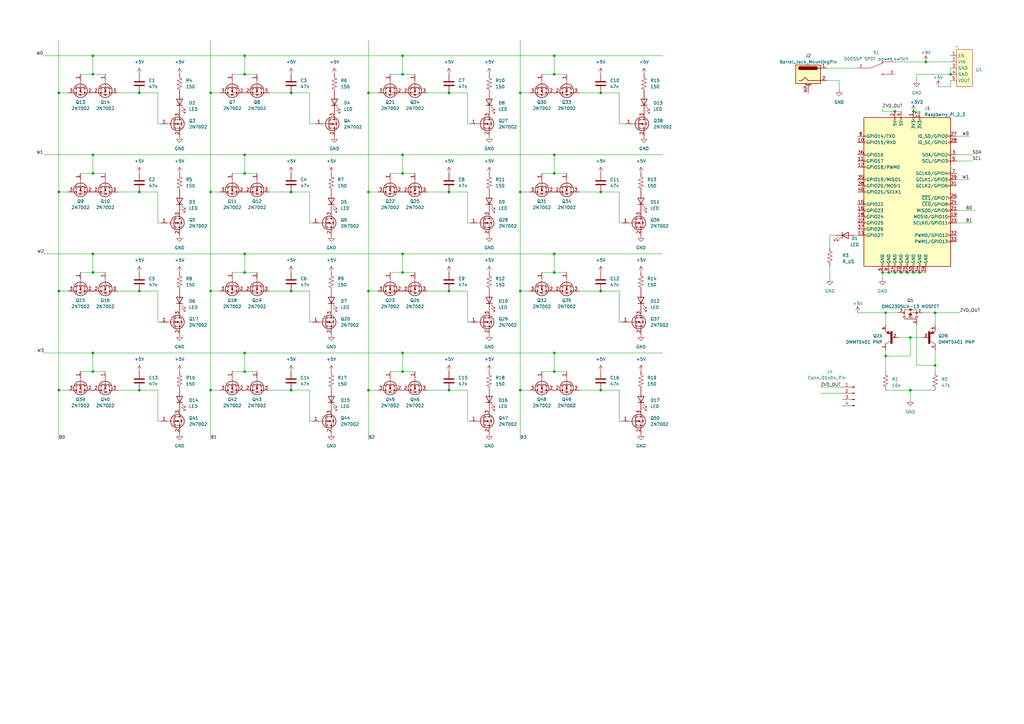
<source format=kicad_sch>
(kicad_sch (version 20230121) (generator eeschema)
  (paper "A3")
  (title_block (title "2x2 DRAM") (rev "1.0"))
  (lib_symbols
    (symbol "2679:500SSP SPDT power switch" (pin_names (offset 1.016))
      (property "Reference" "S" (at -2.54 5.08 0))
      (property "Value" "500SSP SPDT power switch" (at -2.54 -5.08 0))
      (symbol "500SSP SPDT power switch_0_0"
        (pin passive line (at 7.62 2.54 180) (length 2.54) (name "~") (number "1"))
        (pin passive line (at -7.62 0 0) (length 2.54) (name "~") (number "2"))
        (pin passive line (at 7.62 -2.54 180) (length 2.54) (name "~") (number "3"))
      )
    )
    (symbol "2679:Barrel_Jack_MountingPin" (pin_names hide)
      (property "Reference" "J" (at 0 5.334 0))
      (property "Value" "Barrel_Jack_MountingPin" (at 1.27 -6.35 0))
      (symbol "Barrel_Jack_MountingPin_1_1"
        (text "Mounting" (at 0 -4.191 0) (effects (font (size 0.381 0.381))))
        (pin passive line (at 7.62 2.54 180) (length 2.54) (name "~") (number "1"))
        (pin passive line (at 7.62 -2.54 180) (length 2.54) (name "~") (number "2"))
        (pin passive line (at 0 -7.62 90) (length 3.048) (name "MountPin") (number "MP"))
      )
    )
    (symbol "2679:DMG2305UX-13 MOSFET" (pin_names (offset 1.016))
      (property "Reference" "Q" (at -8.89 3.81 0))
      (property "Value" "DMG2305UX-13 MOSFET" (at -8.89 -6.35 0))
      (symbol "DMG2305UX-13 MOSFET_0_0"
        (pin passive line (at -2.54 -2.54 0) (length 2.54) (name "~") (number "1"))
        (pin passive line (at 2.54 -5.08 90) (length 2.54) (name "~") (number "2"))
        (pin passive line (at 2.54 5.08 270) (length 2.54) (name "~") (number "3"))
      )
    )
    (symbol "2679:DMMT5401 PNP" (pin_names (offset 1.016))
      (property "Reference" "Q" (at -10.1838 5.0979 0))
      (property "Value" "DMMT5401 PNP" (at -10.1947 -7.6027 0))
      (symbol "DMMT5401 PNP_1_0"
        (pin passive line (at 2.54 -5.08 90) (length 2.54) (name "~") (number "1"))
        (pin passive line (at -2.54 0 0) (length 2.54) (name "~") (number "2"))
        (pin passive line (at 2.54 5.08 270) (length 2.54) (name "~") (number "6"))
      )
      (symbol "DMMT5401 PNP_2_0"
        (pin passive line (at -2.54 0 0) (length 2.54) (name "~") (number "3"))
        (pin passive line (at 2.54 -5.08 90) (length 2.54) (name "~") (number "4"))
        (pin passive line (at 2.54 5.08 270) (length 2.54) (name "~") (number "5"))
      )
    )
    (symbol "2679:Pololu_reg26a"
      (property "Reference" "U" (at 2.54 3.81 0))
      (symbol "Pololu_reg26a_1_1"
        (pin input line (at 0 0 0) (length 2.54) (name "EN") (number "1"))
        (pin power_in line (at 0 -2.54 0) (length 2.54) (name "VIN") (number "2"))
        (pin power_in line (at 0 -5.08 0) (length 2.54) (name "GND") (number "3"))
        (pin power_in line (at 0 -7.62 0) (length 2.54) (name "GND") (number "4"))
        (pin power_out line (at 0 -10.16 0) (length 2.54) (name "VOUT") (number "5"))
      )
    )
    (symbol "2679:Raspberry_Pi_2_3" (pin_names (offset 1.016))
      (property "Reference" "J" (at -17.78 31.75 0))
      (property "Value" "Raspberry_Pi_2_3" (at 10.16 -31.75 0))
      (symbol "Raspberry_Pi_2_3_1_1"
        (pin power_in line (at 2.54 33.02 270) (length 2.54) (name "3V3") (number "1"))
        (pin bidirectional line (at -20.32 20.32 0) (length 2.54) (name "GPIO15/RXD") (number "10"))
        (pin bidirectional line (at -20.32 12.7 0) (length 2.54) (name "GPIO17") (number "11"))
        (pin bidirectional line (at -20.32 10.16 0) (length 2.54) (name "GPIO18/PWM0") (number "12"))
        (pin bidirectional line (at -20.32 -17.78 0) (length 2.54) (name "GPIO27") (number "13"))
        (pin power_in line (at -5.08 -33.02 90) (length 2.54) (name "GND") (number "14"))
        (pin bidirectional line (at -20.32 -5.08 0) (length 2.54) (name "GPIO22") (number "15"))
        (pin bidirectional line (at -20.32 -7.62 0) (length 2.54) (name "GPIO23") (number "16"))
        (pin power_in line (at 5.08 33.02 270) (length 2.54) (name "3V3") (number "17"))
        (pin bidirectional line (at -20.32 -10.16 0) (length 2.54) (name "GPIO24") (number "18"))
        (pin bidirectional line (at 20.32 -10.16 180) (length 2.54) (name "MOSI0/GPIO10") (number "19"))
        (pin power_in line (at -5.08 33.02 270) (length 2.54) (name "5V") (number "2"))
        (pin power_in line (at -2.54 -33.02 90) (length 2.54) (name "GND") (number "20"))
        (pin bidirectional line (at 20.32 -7.62 180) (length 2.54) (name "MISO0/GPIO9") (number "21"))
        (pin bidirectional line (at -20.32 -12.7 0) (length 2.54) (name "GPIO25") (number "22"))
        (pin bidirectional line (at 20.32 -12.7 180) (length 2.54) (name "SCLK0/GPIO11") (number "23"))
        (pin bidirectional line (at 20.32 -5.08 180) (length 2.54) (name "~{CE0}/GPIO8") (number "24"))
        (pin power_in line (at 0 -33.02 90) (length 2.54) (name "GND") (number "25"))
        (pin bidirectional line (at 20.32 -2.54 180) (length 2.54) (name "~{CE1}/GPIO7") (number "26"))
        (pin bidirectional line (at 20.32 22.86 180) (length 2.54) (name "ID_SD/GPIO0") (number "27"))
        (pin bidirectional line (at 20.32 20.32 180) (length 2.54) (name "ID_SC/GPIO1") (number "28"))
        (pin bidirectional line (at 20.32 5.08 180) (length 2.54) (name "GCLK1/GPIO5") (number "29"))
        (pin bidirectional line (at 20.32 15.24 180) (length 2.54) (name "SDA/GPIO2") (number "3"))
        (pin power_in line (at 2.54 -33.02 90) (length 2.54) (name "GND") (number "30"))
        (pin bidirectional line (at 20.32 2.54 180) (length 2.54) (name "GCLK2/GPIO6") (number "31"))
        (pin bidirectional line (at 20.32 -17.78 180) (length 2.54) (name "PWM0/GPIO12") (number "32"))
        (pin bidirectional line (at 20.32 -20.32 180) (length 2.54) (name "PWM1/GPIO13") (number "33"))
        (pin power_in line (at 5.08 -33.02 90) (length 2.54) (name "GND") (number "34"))
        (pin bidirectional line (at -20.32 5.08 0) (length 2.54) (name "GPIO19/MISO1") (number "35"))
        (pin bidirectional line (at -20.32 15.24 0) (length 2.54) (name "GPIO16") (number "36"))
        (pin bidirectional line (at -20.32 -15.24 0) (length 2.54) (name "GPIO26") (number "37"))
        (pin bidirectional line (at -20.32 2.54 0) (length 2.54) (name "GPIO20/MOSI1") (number "38"))
        (pin power_in line (at 7.62 -33.02 90) (length 2.54) (name "GND") (number "39"))
        (pin power_in line (at -2.54 33.02 270) (length 2.54) (name "5V") (number "4"))
        (pin bidirectional line (at -20.32 0 0) (length 2.54) (name "GPIO21/SCLK1") (number "40"))
        (pin bidirectional line (at 20.32 12.7 180) (length 2.54) (name "SCL/GPIO3") (number "5"))
        (pin power_in line (at -10.16 -33.02 90) (length 2.54) (name "GND") (number "6"))
        (pin bidirectional line (at 20.32 7.62 180) (length 2.54) (name "GCLK0/GPIO4") (number "7"))
        (pin bidirectional line (at -20.32 22.86 0) (length 2.54) (name "GPIO14/TXD") (number "8"))
        (pin power_in line (at -7.62 -33.02 90) (length 2.54) (name "GND") (number "9"))
      )
    )
    (symbol "Connector:Conn_01x04_Pin" (pin_names (offset 1.016) hide)
      (property "Reference" "J" (at 0 5.08 0))
      (property "Value" "Conn_01x04_Pin" (at 0 -7.62 0))
      (symbol "Conn_01x04_Pin_1_1"
        (pin passive line (at 5.08 2.54 180) (length 3.81) (name "Pin_1") (number "1"))
        (pin passive line (at 5.08 0 180) (length 3.81) (name "Pin_2") (number "2"))
        (pin passive line (at 5.08 -2.54 180) (length 3.81) (name "Pin_3") (number "3"))
        (pin passive line (at 5.08 -5.08 180) (length 3.81) (name "Pin_4") (number "4"))
      )
    )
    (symbol "Device:C" (pin_numbers hide) (pin_names (offset 0.254))
      (property "Reference" "C" (at 0.635 2.54 0))
      (property "Value" "C" (at 0.635 -2.54 0))
      (symbol "C_1_1"
        (pin passive line (at 0 3.81 270) (length 2.794) (name "~") (number "1"))
        (pin passive line (at 0 -3.81 90) (length 2.794) (name "~") (number "2"))
      )
    )
    (symbol "Device:LED" (pin_numbers hide) (pin_names (offset 1.016) hide)
      (property "Reference" "D" (at 0 2.54 0))
      (property "Value" "LED" (at 0 -2.54 0))
      (symbol "LED_1_1"
        (pin passive line (at -3.81 0 0) (length 2.54) (name "K") (number "1"))
        (pin passive line (at 3.81 0 180) (length 2.54) (name "A") (number "2"))
      )
    )
    (symbol "Device:R_US" (pin_numbers hide) (pin_names (offset 0))
      (property "Reference" "R" (at 2.54 0 90))
      (property "Value" "R_US" (at -2.54 0 90))
      (symbol "R_US_1_1"
        (pin passive line (at 0 3.81 270) (length 1.27) (name "~") (number "1"))
        (pin passive line (at 0 -3.81 90) (length 1.27) (name "~") (number "2"))
      )
    )
    (symbol "Transistor_FET:2N7002" (pin_names hide)
      (property "Reference" "Q" (at 5.08 1.905 0))
      (property "Value" "2N7002" (at 5.08 0 0))
      (symbol "2N7002_1_1"
        (pin input line (at -5.08 0 0) (length 2.54) (name "G") (number "1"))
        (pin passive line (at 2.54 -5.08 90) (length 2.54) (name "S") (number "2"))
        (pin passive line (at 2.54 5.08 270) (length 2.54) (name "D") (number "3"))
      )
    )
    (symbol "power:+3V3" (power) (pin_names (offset 0))
      (property "Value" "+3V3" (at 0 3.556 0))
      (symbol "+3V3_1_1"
        (pin power_in line (at 0 0 90) (length 0) hide (name "+3V3") (number "1"))
      )
    )
    (symbol "power:+5V" (power) (pin_names (offset 0))
      (property "Value" "+5V" (at 0 3.556 0))
      (symbol "+5V_1_1"
        (pin power_in line (at 0 0 90) (length 0) hide (name "+5V") (number "1"))
      )
    )
    (symbol "power:+9V" (power) (pin_names (offset 0))
      (property "Value" "+9V" (at 0 3.556 0))
      (symbol "+9V_1_1"
        (pin power_in line (at 0 0 90) (length 0) hide (name "+9V") (number "1"))
      )
    )
    (symbol "power:GND" (power) (pin_names (offset 0))
      (property "Value" "GND" (at 0 -3.81 0))
      (symbol "GND_1_1"
        (pin power_in line (at 0 0 270) (length 0) hide (name "GND") (number "1"))
      )
    )
  )
  (junction (at 246.38 78.74))
  (junction (at 377.19 111.76))
  (junction (at 227.33 30.48))
  (junction (at 100.33 63.5))
  (junction (at 38.1 63.5))
  (junction (at 374.65 111.76))
  (junction (at 373.38 138.43))
  (junction (at 100.33 104.14))
  (junction (at 363.22 146.05))
  (junction (at 184.15 119.38))
  (junction (at 100.33 30.48))
  (junction (at 213.36 38.1))
  (junction (at 57.15 78.74))
  (junction (at 165.1 144.78))
  (junction (at 151.13 119.38))
  (junction (at 363.22 128.27))
  (junction (at 57.15 160.02))
  (junction (at 227.33 144.78))
  (junction (at 151.13 160.02))
  (junction (at 100.33 144.78))
  (junction (at 57.15 38.1))
  (junction (at 367.03 45.72))
  (junction (at 246.38 160.02))
  (junction (at 38.1 144.78))
  (junction (at 361.95 111.76))
  (junction (at 246.38 119.38))
  (junction (at 38.1 111.76))
  (junction (at 383.54 128.27))
  (junction (at 24.13 119.38))
  (junction (at 86.36 119.38))
  (junction (at 364.49 111.76))
  (junction (at 165.1 63.5))
  (junction (at 227.33 63.5))
  (junction (at 119.38 119.38))
  (junction (at 165.1 71.12))
  (junction (at 367.03 111.76))
  (junction (at 38.1 71.12))
  (junction (at 57.15 119.38))
  (junction (at 213.36 119.38))
  (junction (at 165.1 152.4))
  (junction (at 86.36 160.02))
  (junction (at 119.38 38.1))
  (junction (at 369.57 111.76))
  (junction (at 374.65 45.72))
  (junction (at 24.13 160.02))
  (junction (at 227.33 71.12))
  (junction (at 383.54 149.86))
  (junction (at 165.1 111.76))
  (junction (at 100.33 111.76))
  (junction (at 246.38 38.1))
  (junction (at 165.1 104.14))
  (junction (at 151.13 38.1))
  (junction (at 227.33 22.86))
  (junction (at 184.15 38.1))
  (junction (at 184.15 160.02))
  (junction (at 86.36 78.74))
  (junction (at 24.13 38.1))
  (junction (at 38.1 104.14))
  (junction (at 213.36 78.74))
  (junction (at 165.1 22.86))
  (junction (at 119.38 160.02))
  (junction (at 389.89 30.48))
  (junction (at 100.33 71.12))
  (junction (at 227.33 104.14))
  (junction (at 165.1 30.48))
  (junction (at 227.33 152.4))
  (junction (at 227.33 111.76))
  (junction (at 372.11 111.76))
  (junction (at 38.1 22.86))
  (junction (at 38.1 30.48))
  (junction (at 119.38 78.74))
  (junction (at 38.1 152.4))
  (junction (at 100.33 152.4))
  (junction (at 151.13 78.74))
  (junction (at 86.36 38.1))
  (junction (at 24.13 78.74))
  (junction (at 213.36 160.02))
  (junction (at 100.33 22.86))
  (junction (at 373.38 160.02))
  (junction (at 184.15 78.74))
  (junction (at 379.73 25.4))
  (wire (pts (xy 64.77 91.44) (xy 66.04 91.44)))
  (wire (pts (xy 339.09 33.02) (xy 344.17 33.02)))
  (wire (pts (xy 361.95 45.72) (xy 367.03 45.72)))
  (wire (pts (xy 227.33 22.86) (xy 227.33 30.48)))
  (wire (pts (xy 48.26 78.74) (xy 57.15 78.74)))
  (wire (pts (xy 363.22 146.05) (xy 363.22 152.4)))
  (wire (pts (xy 392.43 63.5) (xy 398.78 63.5)))
  (wire (pts (xy 160.02 152.4) (xy 165.1 152.4)))
  (wire (pts (xy 86.36 78.74) (xy 86.36 119.38)))
  (wire (pts (xy 222.25 30.48) (xy 227.33 30.48)))
  (wire (pts (xy 213.36 16.51) (xy 213.36 38.1)))
  (wire (pts (xy 100.33 111.76) (xy 105.41 111.76)))
  (wire (pts (xy 191.77 50.8) (xy 193.04 50.8)))
  (wire (pts (xy 100.33 71.12) (xy 105.41 71.12)))
  (wire (pts (xy 389.89 30.48) (xy 375.92 30.48)))
  (wire (pts (xy 254 78.74) (xy 246.38 78.74)))
  (wire (pts (xy 127 50.8) (xy 129.54 50.8)))
  (wire (pts (xy 38.1 111.76) (xy 43.18 111.76)))
  (wire (pts (xy 374.65 111.76) (xy 377.19 111.76)))
  (wire (pts (xy 367.03 111.76) (xy 369.57 111.76)))
  (wire (pts (xy 378.46 128.27) (xy 383.54 128.27)))
  (wire (pts (xy 100.33 63.5) (xy 100.33 71.12)))
  (wire (pts (xy 175.26 119.38) (xy 184.15 119.38)))
  (wire (pts (xy 191.77 78.74) (xy 184.15 78.74)))
  (wire (pts (xy 151.13 78.74) (xy 151.13 119.38)))
  (wire (pts (xy 389.89 33.02) (xy 389.89 35.56)))
  (wire (pts (xy 237.49 119.38) (xy 246.38 119.38)))
  (wire (pts (xy 151.13 160.02) (xy 151.13 180.34)))
  (wire (pts (xy 254 119.38) (xy 246.38 119.38)))
  (wire (pts (xy 363.22 143.51) (xy 363.22 146.05)))
  (wire (pts (xy 254 91.44) (xy 255.27 91.44)))
  (wire (pts (xy 237.49 160.02) (xy 246.38 160.02)))
  (wire (pts (xy 383.54 128.27) (xy 393.7 128.27)))
  (wire (pts (xy 110.49 160.02) (xy 119.38 160.02)))
  (wire (pts (xy 227.33 144.78) (xy 271.78 144.78)))
  (wire (pts (xy 127 132.08) (xy 128.27 132.08)))
  (wire (pts (xy 165.1 63.5) (xy 165.1 71.12)))
  (wire (pts (xy 383.54 143.51) (xy 383.54 149.86)))
  (wire (pts (xy 340.36 109.22) (xy 340.36 114.3)))
  (wire (pts (xy 95.25 71.12) (xy 100.33 71.12)))
  (wire (pts (xy 64.77 91.44) (xy 64.77 78.74)))
  (wire (pts (xy 227.33 71.12) (xy 232.41 71.12)))
  (wire (pts (xy 110.49 38.1) (xy 119.38 38.1)))
  (wire (pts (xy 165.1 71.12) (xy 170.18 71.12)))
  (wire (pts (xy 374.65 45.72) (xy 377.19 45.72)))
  (wire (pts (xy 48.26 38.1) (xy 57.15 38.1)))
  (wire (pts (xy 392.43 73.66) (xy 397.51 73.66)))
  (wire (pts (xy 383.54 149.86) (xy 383.54 152.4)))
  (wire (pts (xy 64.77 50.8) (xy 64.77 38.1)))
  (wire (pts (xy 151.13 78.74) (xy 154.94 78.74)))
  (wire (pts (xy 227.33 63.5) (xy 271.78 63.5)))
  (wire (pts (xy 24.13 160.02) (xy 24.13 180.34)))
  (wire (pts (xy 127 38.1) (xy 119.38 38.1)))
  (wire (pts (xy 175.26 160.02) (xy 184.15 160.02)))
  (wire (pts (xy 237.49 78.74) (xy 246.38 78.74)))
  (wire (pts (xy 48.26 160.02) (xy 57.15 160.02)))
  (wire (pts (xy 100.33 22.86) (xy 165.1 22.86)))
  (wire (pts (xy 363.22 128.27) (xy 363.22 133.35)))
  (wire (pts (xy 100.33 152.4) (xy 105.41 152.4)))
  (wire (pts (xy 175.26 38.1) (xy 184.15 38.1)))
  (wire (pts (xy 165.1 104.14) (xy 165.1 111.76)))
  (wire (pts (xy 165.1 152.4) (xy 170.18 152.4)))
  (wire (pts (xy 361.95 111.76) (xy 364.49 111.76)))
  (wire (pts (xy 64.77 160.02) (xy 57.15 160.02)))
  (wire (pts (xy 110.49 119.38) (xy 119.38 119.38)))
  (wire (pts (xy 127 172.72) (xy 128.27 172.72)))
  (wire (pts (xy 367.03 45.72) (xy 369.57 45.72)))
  (wire (pts (xy 165.1 104.14) (xy 227.33 104.14)))
  (wire (pts (xy 254 38.1) (xy 246.38 38.1)))
  (wire (pts (xy 127 91.44) (xy 128.27 91.44)))
  (wire (pts (xy 38.1 104.14) (xy 100.33 104.14)))
  (wire (pts (xy 165.1 63.5) (xy 227.33 63.5)))
  (wire (pts (xy 213.36 38.1) (xy 217.17 38.1)))
  (wire (pts (xy 151.13 38.1) (xy 154.94 38.1)))
  (wire (pts (xy 64.77 38.1) (xy 57.15 38.1)))
  (wire (pts (xy 100.33 104.14) (xy 100.33 111.76)))
  (wire (pts (xy 165.1 30.48) (xy 170.18 30.48)))
  (wire (pts (xy 33.02 30.48) (xy 38.1 30.48)))
  (wire (pts (xy 151.13 119.38) (xy 151.13 160.02)))
  (wire (pts (xy 350.52 96.52) (xy 351.79 96.52)))
  (wire (pts (xy 227.33 104.14) (xy 271.78 104.14)))
  (wire (pts (xy 191.77 119.38) (xy 184.15 119.38)))
  (wire (pts (xy 38.1 104.14) (xy 38.1 111.76)))
  (wire (pts (xy 373.38 160.02) (xy 383.54 160.02)))
  (wire (pts (xy 95.25 30.48) (xy 100.33 30.48)))
  (wire (pts (xy 254 50.8) (xy 256.54 50.8)))
  (wire (pts (xy 191.77 50.8) (xy 191.77 38.1)))
  (wire (pts (xy 379.73 25.4) (xy 389.89 25.4)))
  (wire (pts (xy 342.9 96.52) (xy 340.36 96.52)))
  (wire (pts (xy 213.36 78.74) (xy 217.17 78.74)))
  (wire (pts (xy 38.1 144.78) (xy 100.33 144.78)))
  (wire (pts (xy 160.02 111.76) (xy 165.1 111.76)))
  (wire (pts (xy 191.77 160.02) (xy 184.15 160.02)))
  (wire (pts (xy 24.13 78.74) (xy 27.94 78.74)))
  (wire (pts (xy 364.49 111.76) (xy 367.03 111.76)))
  (wire (pts (xy 127 119.38) (xy 119.38 119.38)))
  (wire (pts (xy 127 119.38) (xy 127 132.08)))
  (wire (pts (xy 344.17 33.02) (xy 344.17 36.83)))
  (wire (pts (xy 151.13 38.1) (xy 151.13 78.74)))
  (wire (pts (xy 336.55 161.29) (xy 345.44 161.29)))
  (wire (pts (xy 64.77 132.08) (xy 66.04 132.08)))
  (wire (pts (xy 17.78 63.5) (xy 38.1 63.5)))
  (wire (pts (xy 213.36 160.02) (xy 213.36 180.34)))
  (wire (pts (xy 24.13 38.1) (xy 27.94 38.1)))
  (wire (pts (xy 367.03 25.4) (xy 379.73 25.4)))
  (wire (pts (xy 363.22 160.02) (xy 373.38 160.02)))
  (wire (pts (xy 86.36 38.1) (xy 90.17 38.1)))
  (wire (pts (xy 38.1 22.86) (xy 38.1 30.48)))
  (wire (pts (xy 38.1 144.78) (xy 38.1 152.4)))
  (wire (pts (xy 100.33 63.5) (xy 165.1 63.5)))
  (wire (pts (xy 377.19 111.76) (xy 379.73 111.76)))
  (wire (pts (xy 48.26 119.38) (xy 57.15 119.38)))
  (wire (pts (xy 227.33 144.78) (xy 227.33 152.4)))
  (wire (pts (xy 373.38 146.05) (xy 363.22 146.05)))
  (wire (pts (xy 392.43 91.44) (xy 398.78 91.44)))
  (wire (pts (xy 17.78 144.78) (xy 38.1 144.78)))
  (wire (pts (xy 372.11 111.76) (xy 374.65 111.76)))
  (wire (pts (xy 86.36 119.38) (xy 86.36 160.02)))
  (wire (pts (xy 369.57 111.76) (xy 372.11 111.76)))
  (wire (pts (xy 227.33 63.5) (xy 227.33 71.12)))
  (wire (pts (xy 127 78.74) (xy 119.38 78.74)))
  (wire (pts (xy 24.13 38.1) (xy 24.13 78.74)))
  (wire (pts (xy 389.89 35.56) (xy 384.81 35.56)))
  (wire (pts (xy 213.36 119.38) (xy 213.36 160.02)))
  (wire (pts (xy 392.43 86.36) (xy 400.05 86.36)))
  (wire (pts (xy 127 160.02) (xy 127 172.72)))
  (wire (pts (xy 191.77 172.72) (xy 193.04 172.72)))
  (wire (pts (xy 227.33 111.76) (xy 232.41 111.76)))
  (wire (pts (xy 340.36 96.52) (xy 340.36 101.6)))
  (wire (pts (xy 64.77 172.72) (xy 64.77 160.02)))
  (wire (pts (xy 363.22 128.27) (xy 368.3 128.27)))
  (wire (pts (xy 33.02 111.76) (xy 38.1 111.76)))
  (wire (pts (xy 336.55 158.75) (xy 345.44 158.75)))
  (wire (pts (xy 151.13 119.38) (xy 154.94 119.38)))
  (wire (pts (xy 191.77 172.72) (xy 191.77 160.02)))
  (wire (pts (xy 24.13 160.02) (xy 27.94 160.02)))
  (wire (pts (xy 254 160.02) (xy 246.38 160.02)))
  (wire (pts (xy 375.92 133.35) (xy 375.92 149.86)))
  (wire (pts (xy 64.77 119.38) (xy 57.15 119.38)))
  (wire (pts (xy 227.33 30.48) (xy 232.41 30.48)))
  (wire (pts (xy 227.33 104.14) (xy 227.33 111.76)))
  (wire (pts (xy 95.25 111.76) (xy 100.33 111.76)))
  (wire (pts (xy 237.49 38.1) (xy 246.38 38.1)))
  (wire (pts (xy 213.36 78.74) (xy 213.36 119.38)))
  (wire (pts (xy 127 160.02) (xy 119.38 160.02)))
  (wire (pts (xy 222.25 111.76) (xy 227.33 111.76)))
  (wire (pts (xy 165.1 22.86) (xy 227.33 22.86)))
  (wire (pts (xy 160.02 71.12) (xy 165.1 71.12)))
  (wire (pts (xy 86.36 16.51) (xy 86.36 38.1)))
  (wire (pts (xy 64.77 78.74) (xy 57.15 78.74)))
  (wire (pts (xy 86.36 78.74) (xy 90.17 78.74)))
  (wire (pts (xy 151.13 160.02) (xy 154.94 160.02)))
  (wire (pts (xy 361.95 44.45) (xy 361.95 45.72)))
  (wire (pts (xy 191.77 91.44) (xy 193.04 91.44)))
  (wire (pts (xy 373.38 138.43) (xy 378.46 138.43)))
  (wire (pts (xy 38.1 22.86) (xy 100.33 22.86)))
  (wire (pts (xy 38.1 63.5) (xy 100.33 63.5)))
  (wire (pts (xy 33.02 71.12) (xy 38.1 71.12)))
  (wire (pts (xy 213.36 119.38) (xy 217.17 119.38)))
  (wire (pts (xy 24.13 16.51) (xy 24.13 38.1)))
  (wire (pts (xy 64.77 50.8) (xy 66.04 50.8)))
  (wire (pts (xy 222.25 152.4) (xy 227.33 152.4)))
  (wire (pts (xy 38.1 30.48) (xy 43.18 30.48)))
  (wire (pts (xy 127 38.1) (xy 127 50.8)))
  (wire (pts (xy 38.1 71.12) (xy 43.18 71.12)))
  (wire (pts (xy 33.02 152.4) (xy 38.1 152.4)))
  (wire (pts (xy 222.25 71.12) (xy 227.33 71.12)))
  (wire (pts (xy 110.49 78.74) (xy 119.38 78.74)))
  (wire (pts (xy 392.43 66.04) (xy 398.78 66.04)))
  (wire (pts (xy 160.02 30.48) (xy 165.1 30.48)))
  (wire (pts (xy 373.38 138.43) (xy 373.38 146.05)))
  (wire (pts (xy 17.78 22.86) (xy 38.1 22.86)))
  (wire (pts (xy 165.1 144.78) (xy 165.1 152.4)))
  (wire (pts (xy 254 78.74) (xy 254 91.44)))
  (wire (pts (xy 351.79 128.27) (xy 363.22 128.27)))
  (wire (pts (xy 100.33 104.14) (xy 165.1 104.14)))
  (wire (pts (xy 151.13 16.51) (xy 151.13 38.1)))
  (wire (pts (xy 254 38.1) (xy 254 50.8)))
  (wire (pts (xy 64.77 132.08) (xy 64.77 119.38)))
  (wire (pts (xy 64.77 172.72) (xy 66.04 172.72)))
  (wire (pts (xy 38.1 63.5) (xy 38.1 71.12)))
  (wire (pts (xy 175.26 78.74) (xy 184.15 78.74)))
  (wire (pts (xy 254 160.02) (xy 254 172.72)))
  (wire (pts (xy 191.77 38.1) (xy 184.15 38.1)))
  (wire (pts (xy 213.36 38.1) (xy 213.36 78.74)))
  (wire (pts (xy 373.38 160.02) (xy 373.38 163.83)))
  (wire (pts (xy 375.92 30.48) (xy 375.92 33.02)))
  (wire (pts (xy 191.77 91.44) (xy 191.77 78.74)))
  (wire (pts (xy 24.13 119.38) (xy 24.13 160.02)))
  (wire (pts (xy 213.36 160.02) (xy 217.17 160.02)))
  (wire (pts (xy 227.33 22.86) (xy 271.78 22.86)))
  (wire (pts (xy 339.09 27.94) (xy 351.79 27.94)))
  (wire (pts (xy 86.36 160.02) (xy 90.17 160.02)))
  (wire (pts (xy 86.36 119.38) (xy 90.17 119.38)))
  (wire (pts (xy 361.95 111.76) (xy 361.95 114.3)))
  (wire (pts (xy 191.77 132.08) (xy 193.04 132.08)))
  (wire (pts (xy 100.33 144.78) (xy 165.1 144.78)))
  (wire (pts (xy 165.1 22.86) (xy 165.1 30.48)))
  (wire (pts (xy 95.25 152.4) (xy 100.33 152.4)))
  (wire (pts (xy 100.33 144.78) (xy 100.33 152.4)))
  (wire (pts (xy 17.78 104.14) (xy 38.1 104.14)))
  (wire (pts (xy 24.13 78.74) (xy 24.13 119.38)))
  (wire (pts (xy 389.89 27.94) (xy 389.89 30.48)))
  (wire (pts (xy 383.54 128.27) (xy 383.54 133.35)))
  (wire (pts (xy 127 78.74) (xy 127 91.44)))
  (wire (pts (xy 254 172.72) (xy 255.27 172.72)))
  (wire (pts (xy 86.36 160.02) (xy 86.36 180.34)))
  (wire (pts (xy 86.36 38.1) (xy 86.36 78.74)))
  (wire (pts (xy 368.3 138.43) (xy 373.38 138.43)))
  (wire (pts (xy 254 119.38) (xy 254 132.08)))
  (wire (pts (xy 100.33 22.86) (xy 100.33 30.48)))
  (wire (pts (xy 227.33 152.4) (xy 232.41 152.4)))
  (wire (pts (xy 165.1 111.76) (xy 170.18 111.76)))
  (wire (pts (xy 165.1 144.78) (xy 227.33 144.78)))
  (wire (pts (xy 392.43 55.88) (xy 397.51 55.88)))
  (wire (pts (xy 375.92 149.86) (xy 383.54 149.86)))
  (wire (pts (xy 254 132.08) (xy 255.27 132.08)))
  (wire (pts (xy 100.33 30.48) (xy 105.41 30.48)))
  (wire (pts (xy 24.13 119.38) (xy 27.94 119.38)))
  (wire (pts (xy 38.1 152.4) (xy 43.18 152.4)))
  (wire (pts (xy 191.77 132.08) (xy 191.77 119.38)))
  (label "SDA" (at 398.78 63.5 0))
  (label "W0" (at 17.78 22.86 180))
  (label "B1" (at 86.36 180.34 0))
  (label "ZVD_OUT" (at 361.95 44.45 0))
  (label "W3" (at 15.24 144.78 0))
  (label "W0" (at 397.51 55.88 180))
  (label "W2" (at 15.24 104.14 0))
  (label "W1" (at 17.78 63.5 180))
  (label "B1" (at 398.78 91.44 180))
  (label "SCL" (at 398.78 66.04 0))
  (label "B2" (at 151.13 180.34 0))
  (label "B0" (at 24.13 180.34 0))
  (label "B0" (at 398.78 86.36 180))
  (label "ZVD_OUT" (at 336.55 158.75 0))
  (label "W1" (at 397.51 73.66 180))
  (label "ZVD_OUT" (at 393.7 128.27 0))
  (label "B3" (at 213.36 180.34 0))
  (symbol (lib_id "Device:LED") (at 135.89 163.83 90) (unit 1)
    (property "Reference" "D15" (at 139.7 164.1475 90) (effects (justify right)))
    (property "Value" "LED" (at 139.7 166.6875 90) (effects (justify right)))
    (property "Footprint" "LED_SMD:LED_1206_3216Metric_Pad1.42x1.75mm_HandSolder" (effects hide))
  )
  (symbol (lib_id "Device:LED") (at 73.66 41.91 90) (unit 1)
    (property "Reference" "D2" (at 77.47 42.2275 90) (effects (justify right)))
    (property "Value" "LED" (at 77.47 44.7675 90) (effects (justify right)))
    (property "Footprint" "LED_SMD:LED_1206_3216Metric_Pad1.42x1.75mm_HandSolder" (effects hide))
  )
  (symbol (lib_id "power:GND") (at 340.36 114.3 0) (unit 1)
    (property "Reference" "#PWR08" (effects hide))
    (property "Value" "GND" (at 340.36 119.38 0))
  )
  (symbol (lib_id "power:+5V") (at 119.38 152.4 0) (unit 1)
    (property "Reference" "#PWR049" (effects hide))
    (property "Value" "+5V" (at 119.38 147.32 0))
  )
  (symbol (lib_id "Transistor_FET:2N7002") (at 170.18 116.84 270) (unit 1)
    (property "Reference" "Q26" (at 170.18 123.19 90))
    (property "Value" "2N7002" (at 170.18 125.73 90))
    (property "Footprint" "Package_TO_SOT_SMD:SOT-23" (effects hide))
    (property "Datasheet" "https://www.onsemi.com/pub/Collateral/NDS7002A-D.PDF" (effects hide))
  )
  (symbol (lib_id "Transistor_FET:2N7002") (at 198.12 172.72 0) (unit 1)
    (property "Reference" "Q47" (at 204.47 171.45 0) (effects (justify left)))
    (property "Value" "2N7002" (at 204.47 173.99 0) (effects (justify left)))
    (property "Footprint" "Package_TO_SOT_SMD:SOT-23" (effects hide))
    (property "Datasheet" "https://www.onsemi.com/pub/Collateral/NDS7002A-D.PDF" (effects hide))
  )
  (symbol (lib_id "Transistor_FET:2N7002") (at 232.41 76.2 270) (unit 1)
    (property "Reference" "Q34" (at 232.41 82.55 90))
    (property "Value" "2N7002" (at 232.41 85.09 90))
    (property "Footprint" "Package_TO_SOT_SMD:SOT-23" (effects hide))
    (property "Datasheet" "https://www.onsemi.com/pub/Collateral/NDS7002A-D.PDF" (effects hide))
  )
  (symbol (lib_id "Device:R_US") (at 200.66 74.93 0) (unit 1)
    (property "Reference" "R11" (at 203.2 73.66 0) (effects (justify left)))
    (property "Value" "150" (at 203.2 76.2 0) (effects (justify left)))
    (property "Footprint" "Resistor_SMD:R_1206_3216Metric_Pad1.30x1.75mm_HandSolder" (effects hide))
  )
  (symbol (lib_id "Device:R_US") (at 264.16 34.29 0) (unit 1)
    (property "Reference" "R15" (at 266.7 33.02 0) (effects (justify left)))
    (property "Value" "150" (at 266.7 35.56 0) (effects (justify left)))
    (property "Footprint" "Resistor_SMD:R_1206_3216Metric_Pad1.30x1.75mm_HandSolder" (effects hide))
  )
  (symbol (lib_id "Transistor_FET:2N7002") (at 160.02 157.48 90) (mirror x) (unit 1)
    (property "Reference" "Q45" (at 160.02 163.83 90))
    (property "Value" "2N7002" (at 160.02 166.37 90))
    (property "Footprint" "Package_TO_SOT_SMD:SOT-23" (effects hide))
    (property "Datasheet" "https://www.onsemi.com/pub/Collateral/NDS7002A-D.PDF" (effects hide))
  )
  (symbol (lib_id "Transistor_FET:2N7002") (at 170.18 76.2 270) (unit 1)
    (property "Reference" "Q25" (at 170.18 82.55 90))
    (property "Value" "2N7002" (at 170.18 85.09 90))
    (property "Footprint" "Package_TO_SOT_SMD:SOT-23" (effects hide))
    (property "Datasheet" "https://www.onsemi.com/pub/Collateral/NDS7002A-D.PDF" (effects hide))
  )
  (symbol (lib_id "Device:C") (at 57.15 34.29 0) (unit 1)
    (property "Reference" "C1" (at 60.96 33.02 0) (effects (justify left)))
    (property "Value" "47n" (at 60.96 35.56 0) (effects (justify left)))
    (property "Footprint" "Capacitor_SMD:C_1206_3216Metric_Pad1.33x1.80mm_HandSolder" (effects hide))
  )
  (symbol (lib_id "Device:LED") (at 73.66 123.19 90) (unit 1)
    (property "Reference" "D6" (at 77.47 123.5075 90) (effects (justify right)))
    (property "Value" "LED" (at 77.47 126.0475 90) (effects (justify right)))
    (property "Footprint" "LED_SMD:LED_1206_3216Metric_Pad1.42x1.75mm_HandSolder" (effects hide))
  )
  (symbol (lib_id "Device:R_US") (at 262.89 156.21 0) (unit 1)
    (property "Reference" "R19" (at 265.43 154.94 0) (effects (justify left)))
    (property "Value" "150" (at 265.43 157.48 0) (effects (justify left)))
    (property "Footprint" "Resistor_SMD:R_1206_3216Metric_Pad1.30x1.75mm_HandSolder" (effects hide))
  )
  (symbol (lib_id "Transistor_FET:2N7002") (at 71.12 132.08 0) (unit 1)
    (property "Reference" "Q17" (at 77.47 130.81 0) (effects (justify left)))
    (property "Value" "2N7002" (at 77.47 133.35 0) (effects (justify left)))
    (property "Footprint" "Package_TO_SOT_SMD:SOT-23" (effects hide))
    (property "Datasheet" "https://www.onsemi.com/pub/Collateral/NDS7002A-D.PDF" (effects hide))
  )
  (symbol (lib_id "2679:DMMT5401 PNP") (at 381 138.43 0) (unit 2)
    (property "Reference" "Q2" (at 384.81 137.768 0) (effects (justify left)))
    (property "Value" "DMMT5401 PNP" (at 384.81 140.308 0) (effects (justify left)))
    (property "Footprint" "libraries:SOT95P285X140-6N" (effects hide))
    (property "PARTREV" "8" (effects hide))
    (property "STANDARD" "IPC7351B" (effects hide))
    (property "MANUFACTURER" "Diodes Inc." (effects hide))
  )
  (symbol (lib_id "Device:LED") (at 73.66 163.83 90) (unit 1)
    (property "Reference" "D14" (at 77.47 164.1475 90) (effects (justify right)))
    (property "Value" "LED" (at 77.47 166.6875 90) (effects (justify right)))
    (property "Footprint" "LED_SMD:LED_1206_3216Metric_Pad1.42x1.75mm_HandSolder" (effects hide))
  )
  (symbol (lib_id "Device:LED") (at 200.66 163.83 90) (unit 1)
    (property "Reference" "D16" (at 204.47 164.1475 90) (effects (justify right)))
    (property "Value" "LED" (at 204.47 166.6875 90) (effects (justify right)))
    (property "Footprint" "LED_SMD:LED_1206_3216Metric_Pad1.42x1.75mm_HandSolder" (effects hide))
  )
  (symbol (lib_id "Device:LED") (at 73.66 82.55 90) (unit 1)
    (property "Reference" "D3" (at 77.47 82.8675 90) (effects (justify right)))
    (property "Value" "LED" (at 77.47 85.4075 90) (effects (justify right)))
    (property "Footprint" "LED_SMD:LED_1206_3216Metric_Pad1.42x1.75mm_HandSolder" (effects hide))
  )
  (symbol (lib_id "power:GND") (at 137.16 55.88 0) (unit 1)
    (property "Reference" "#PWR017" (effects hide))
    (property "Value" "GND" (at 137.16 60.96 0))
  )
  (symbol (lib_id "2679:Pololu_reg26a") (at 389.89 22.86 0) (unit 1)
    (property "Reference" "U1" (at 400.05 28.575 0) (effects (justify left)))
    (property "Value" "~" (at 392.43 19.05 0))
    (property "Footprint" "libraries:PololuReg-5V3A-S13V30F5" (effects hide))
  )
  (symbol (lib_id "Device:R_US") (at 262.89 115.57 0) (unit 1)
    (property "Reference" "R14" (at 265.43 114.3 0) (effects (justify left)))
    (property "Value" "150" (at 265.43 116.84 0) (effects (justify left)))
    (property "Footprint" "Resistor_SMD:R_1206_3216Metric_Pad1.30x1.75mm_HandSolder" (effects hide))
  )
  (symbol (lib_id "Device:C") (at 119.38 115.57 0) (unit 1)
    (property "Reference" "C6" (at 123.19 114.3 0) (effects (justify left)))
    (property "Value" "47n" (at 123.19 116.84 0) (effects (justify left)))
    (property "Footprint" "Capacitor_SMD:C_1206_3216Metric_Pad1.33x1.80mm_HandSolder" (effects hide))
  )
  (symbol (lib_id "Transistor_FET:2N7002") (at 260.35 172.72 0) (unit 1)
    (property "Reference" "Q50" (at 266.7 171.45 0) (effects (justify left)))
    (property "Value" "2N7002" (at 266.7 173.99 0) (effects (justify left)))
    (property "Footprint" "Package_TO_SOT_SMD:SOT-23" (effects hide))
    (property "Datasheet" "https://www.onsemi.com/pub/Collateral/NDS7002A-D.PDF" (effects hide))
  )
  (symbol (lib_id "Transistor_FET:2N7002") (at 133.35 91.44 0) (unit 1)
    (property "Reference" "Q6" (at 139.7 90.17 0) (effects (justify left)))
    (property "Value" "2N7002" (at 139.7 92.71 0) (effects (justify left)))
    (property "Footprint" "Package_TO_SOT_SMD:SOT-23" (effects hide))
    (property "Datasheet" "https://www.onsemi.com/pub/Collateral/NDS7002A-D.PDF" (effects hide))
  )
  (symbol (lib_id "Device:LED") (at 264.16 41.91 90) (unit 1)
    (property "Reference" "D13" (at 267.97 42.2275 90) (effects (justify right)))
    (property "Value" "LED" (at 267.97 44.7675 90) (effects (justify right)))
    (property "Footprint" "LED_SMD:LED_1206_3216Metric_Pad1.42x1.75mm_HandSolder" (effects hide))
  )
  (symbol (lib_id "Device:C") (at 119.38 74.93 0) (unit 1)
    (property "Reference" "C4" (at 123.19 73.66 0) (effects (justify left)))
    (property "Value" "47n" (at 123.19 76.2 0) (effects (justify left)))
    (property "Footprint" "Capacitor_SMD:C_1206_3216Metric_Pad1.33x1.80mm_HandSolder" (effects hide))
  )
  (symbol (lib_id "Transistor_FET:2N7002") (at 43.18 35.56 270) (unit 1)
    (property "Reference" "Q14" (at 43.18 41.91 90))
    (property "Value" "2N7002" (at 43.18 44.45 90))
    (property "Footprint" "Package_TO_SOT_SMD:SOT-23" (effects hide))
    (property "Datasheet" "https://www.onsemi.com/pub/Collateral/NDS7002A-D.PDF" (effects hide))
  )
  (symbol (lib_id "power:+5V") (at 262.89 111.76 0) (unit 1)
    (property "Reference" "#PWR042" (effects hide))
    (property "Value" "+5V" (at 262.89 106.68 0))
  )
  (symbol (lib_id "power:+5V") (at 264.16 30.48 0) (unit 1)
    (property "Reference" "#PWR044" (effects hide))
    (property "Value" "+5V" (at 264.16 25.4 0))
  )
  (symbol (lib_id "Transistor_FET:2N7002") (at 95.25 157.48 90) (mirror x) (unit 1)
    (property "Reference" "Q42" (at 95.25 163.83 90))
    (property "Value" "2N7002" (at 95.25 166.37 90))
    (property "Footprint" "Package_TO_SOT_SMD:SOT-23" (effects hide))
    (property "Datasheet" "https://www.onsemi.com/pub/Collateral/NDS7002A-D.PDF" (effects hide))
  )
  (symbol (lib_id "2679:DMMT5401 PNP") (at 365.76 138.43 0) (mirror y) (unit 1)
    (property "Reference" "Q2" (at 361.95 137.768 0) (effects (justify left)))
    (property "Value" "DMMT5401 PNP" (at 361.95 140.308 0) (effects (justify left)))
    (property "Footprint" "libraries:SOT95P285X140-6N" (effects hide))
    (property "PARTREV" "8" (effects hide))
    (property "STANDARD" "IPC7351B" (effects hide))
    (property "MANUFACTURER" "Diodes Inc." (effects hide))
  )
  (symbol (lib_id "Device:R_US") (at 73.66 34.29 0) (unit 1)
    (property "Reference" "R4" (at 76.2 33.02 0) (effects (justify left)))
    (property "Value" "150" (at 76.2 35.56 0) (effects (justify left)))
    (property "Footprint" "Resistor_SMD:R_1206_3216Metric_Pad1.30x1.75mm_HandSolder" (effects hide))
  )
  (symbol (lib_id "Transistor_FET:2N7002") (at 232.41 35.56 270) (unit 1)
    (property "Reference" "Q33" (at 232.41 41.91 90))
    (property "Value" "2N7002" (at 232.41 44.45 90))
    (property "Footprint" "Package_TO_SOT_SMD:SOT-23" (effects hide))
    (property "Datasheet" "https://www.onsemi.com/pub/Collateral/NDS7002A-D.PDF" (effects hide))
  )
  (symbol (lib_id "power:+5V") (at 119.38 30.48 0) (unit 1)
    (property "Reference" "#PWR015" (effects hide))
    (property "Value" "+5V" (at 119.38 25.4 0))
  )
  (symbol (lib_id "Transistor_FET:2N7002") (at 33.02 157.48 90) (mirror x) (unit 1)
    (property "Reference" "Q39" (at 33.02 163.83 90))
    (property "Value" "2N7002" (at 33.02 166.37 90))
    (property "Footprint" "Package_TO_SOT_SMD:SOT-23" (effects hide))
    (property "Datasheet" "https://www.onsemi.com/pub/Collateral/NDS7002A-D.PDF" (effects hide))
  )
  (symbol (lib_id "Device:C") (at 57.15 156.21 0) (unit 1)
    (property "Reference" "C13" (at 60.96 154.94 0) (effects (justify left)))
    (property "Value" "47n" (at 60.96 157.48 0) (effects (justify left)))
    (property "Footprint" "Capacitor_SMD:C_1206_3216Metric_Pad1.33x1.80mm_HandSolder" (effects hide))
  )
  (symbol (lib_id "Transistor_FET:2N7002") (at 133.35 172.72 0) (unit 1)
    (property "Reference" "Q44" (at 139.7 171.45 0) (effects (justify left)))
    (property "Value" "2N7002" (at 139.7 173.99 0) (effects (justify left)))
    (property "Footprint" "Package_TO_SOT_SMD:SOT-23" (effects hide))
    (property "Datasheet" "https://www.onsemi.com/pub/Collateral/NDS7002A-D.PDF" (effects hide))
  )
  (symbol (lib_id "Transistor_FET:2N7002") (at 198.12 132.08 0) (unit 1)
    (property "Reference" "Q29" (at 204.47 130.81 0) (effects (justify left)))
    (property "Value" "2N7002" (at 204.47 133.35 0) (effects (justify left)))
    (property "Footprint" "Package_TO_SOT_SMD:SOT-23" (effects hide))
    (property "Datasheet" "https://www.onsemi.com/pub/Collateral/NDS7002A-D.PDF" (effects hide))
  )
  (symbol (lib_id "Device:LED") (at 346.71 96.52 0) (unit 1)
    (property "Reference" "D1" (at 350.52 97.79 0))
    (property "Value" "LED" (at 350.52 100.33 0))
    (property "Footprint" "LED_SMD:LED_1206_3216Metric_Pad1.42x1.75mm_HandSolder" (effects hide))
  )
  (symbol (lib_id "Device:C") (at 184.15 74.93 0) (unit 1)
    (property "Reference" "C8" (at 187.96 73.66 0) (effects (justify left)))
    (property "Value" "47n" (at 187.96 76.2 0) (effects (justify left)))
    (property "Footprint" "Capacitor_SMD:C_1206_3216Metric_Pad1.33x1.80mm_HandSolder" (effects hide))
  )
  (symbol (lib_id "Device:R_US") (at 200.66 115.57 0) (unit 1)
    (property "Reference" "R12" (at 203.2 114.3 0) (effects (justify left)))
    (property "Value" "150" (at 203.2 116.84 0) (effects (justify left)))
    (property "Footprint" "Resistor_SMD:R_1206_3216Metric_Pad1.30x1.75mm_HandSolder" (effects hide))
  )
  (symbol (lib_id "Transistor_FET:2N7002") (at 71.12 172.72 0) (unit 1)
    (property "Reference" "Q41" (at 77.47 171.45 0) (effects (justify left)))
    (property "Value" "2N7002" (at 77.47 173.99 0) (effects (justify left)))
    (property "Footprint" "Package_TO_SOT_SMD:SOT-23" (effects hide))
    (property "Datasheet" "https://www.onsemi.com/pub/Collateral/NDS7002A-D.PDF" (effects hide))
  )
  (symbol (lib_id "power:+5V") (at 200.66 30.48 0) (unit 1)
    (property "Reference" "#PWR031" (effects hide))
    (property "Value" "+5V" (at 200.66 25.4 0))
  )
  (symbol (lib_id "Transistor_FET:2N7002") (at 222.25 157.48 90) (mirror x) (unit 1)
    (property "Reference" "Q48" (at 222.25 163.83 90))
    (property "Value" "2N7002" (at 222.25 166.37 90))
    (property "Footprint" "Package_TO_SOT_SMD:SOT-23" (effects hide))
    (property "Datasheet" "https://www.onsemi.com/pub/Collateral/NDS7002A-D.PDF" (effects hide))
  )
  (symbol (lib_id "Device:R_US") (at 135.89 156.21 0) (unit 1)
    (property "Reference" "R17" (at 138.43 154.94 0) (effects (justify left)))
    (property "Value" "150" (at 138.43 157.48 0) (effects (justify left)))
    (property "Footprint" "Resistor_SMD:R_1206_3216Metric_Pad1.30x1.75mm_HandSolder" (effects hide))
  )
  (symbol (lib_id "power:GND") (at 73.66 137.16 0) (unit 1)
    (property "Reference" "#PWR023" (effects hide))
    (property "Value" "GND" (at 73.66 142.24 0))
  )
  (symbol (lib_id "Transistor_FET:2N7002") (at 222.25 116.84 90) (mirror x) (unit 1)
    (property "Reference" "Q32" (at 222.25 123.19 90))
    (property "Value" "2N7002" (at 222.25 125.73 90))
    (property "Footprint" "Package_TO_SOT_SMD:SOT-23" (effects hide))
    (property "Datasheet" "https://www.onsemi.com/pub/Collateral/NDS7002A-D.PDF" (effects hide))
  )
  (symbol (lib_id "power:+5V") (at 57.15 111.76 0) (unit 1)
    (property "Reference" "#PWR021" (effects hide))
    (property "Value" "+5V" (at 57.15 106.68 0))
  )
  (symbol (lib_id "Transistor_FET:2N7002") (at 222.25 35.56 90) (mirror x) (unit 1)
    (property "Reference" "Q30" (at 222.25 41.91 90))
    (property "Value" "2N7002" (at 222.25 44.45 90))
    (property "Footprint" "Package_TO_SOT_SMD:SOT-23" (effects hide))
    (property "Datasheet" "https://www.onsemi.com/pub/Collateral/NDS7002A-D.PDF" (effects hide))
  )
  (symbol (lib_id "2679:Raspberry_Pi_2_3") (at 372.11 78.74 0) (unit 1)
    (property "Reference" "J1" (at 379.1459 44.45 0) (effects (justify left)))
    (property "Value" "Raspberry_Pi_2_3" (at 379.1459 46.99 0) (effects (justify left)))
    (property "Footprint" "Connector_PinSocket_2.54mm:PinSocket_2x20_P2.54mm_Vertical" (effects hide))
    (property "Datasheet" "https://www.raspberrypi.org/documentation/hardware/raspberrypi/schematics/rpi_SCH_3bplus_1p0_reduced.pdf" (effects hide))
  )
  (symbol (lib_id "power:+5V") (at 200.66 152.4 0) (unit 1)
    (property "Reference" "#PWR053" (effects hide))
    (property "Value" "+5V" (at 200.66 147.32 0))
  )
  (symbol (lib_id "Transistor_FET:2N7002") (at 33.02 76.2 90) (mirror x) (unit 1)
    (property "Reference" "Q9" (at 33.02 82.55 90))
    (property "Value" "2N7002" (at 33.02 85.09 90))
    (property "Footprint" "Package_TO_SOT_SMD:SOT-23" (effects hide))
    (property "Datasheet" "https://www.onsemi.com/pub/Collateral/NDS7002A-D.PDF" (effects hide))
  )
  (symbol (lib_id "power:+5V") (at 73.66 152.4 0) (unit 1)
    (property "Reference" "#PWR047" (effects hide))
    (property "Value" "+5V" (at 73.66 147.32 0))
  )
  (symbol (lib_id "power:+5V") (at 57.15 152.4 0) (unit 1)
    (property "Reference" "#PWR046" (effects hide))
    (property "Value" "+5V" (at 57.15 147.32 0))
  )
  (symbol (lib_id "Connector:Conn_01x04_Pin") (at 350.52 161.29 0) (mirror y) (unit 1)
    (property "Reference" "J4" (at 340.36 152.4 0))
    (property "Value" "Conn_01x04_Pin" (at 339.09 154.94 0))
    (property "Footprint" "Connector:FanPinHeader_1x04_P2.54mm_Vertical" (effects hide))
  )
  (symbol (lib_id "power:GND") (at 200.66 55.88 0) (unit 1)
    (property "Reference" "#PWR032" (effects hide))
    (property "Value" "GND" (at 200.66 60.96 0))
  )
  (symbol (lib_id "Device:LED") (at 200.66 123.19 90) (unit 1)
    (property "Reference" "D10" (at 204.47 123.5075 90) (effects (justify right)))
    (property "Value" "LED" (at 204.47 126.0475 90) (effects (justify right)))
    (property "Footprint" "LED_SMD:LED_1206_3216Metric_Pad1.42x1.75mm_HandSolder" (effects hide))
  )
  (symbol (lib_id "Device:R_US") (at 262.89 74.93 0) (unit 1)
    (property "Reference" "R13" (at 265.43 73.66 0) (effects (justify left)))
    (property "Value" "150" (at 265.43 76.2 0) (effects (justify left)))
    (property "Footprint" "Resistor_SMD:R_1206_3216Metric_Pad1.30x1.75mm_HandSolder" (effects hide))
  )
  (symbol (lib_id "Device:C") (at 184.15 156.21 0) (unit 1)
    (property "Reference" "C15" (at 187.96 154.94 0) (effects (justify left)))
    (property "Value" "47n" (at 187.96 157.48 0) (effects (justify left)))
    (property "Footprint" "Capacitor_SMD:C_1206_3216Metric_Pad1.33x1.80mm_HandSolder" (effects hide))
  )
  (symbol (lib_id "Device:LED") (at 262.89 163.83 90) (unit 1)
    (property "Reference" "D17" (at 266.7 164.1475 90) (effects (justify right)))
    (property "Value" "LED" (at 266.7 166.6875 90) (effects (justify right)))
    (property "Footprint" "LED_SMD:LED_1206_3216Metric_Pad1.42x1.75mm_HandSolder" (effects hide))
  )
  (symbol (lib_id "Transistor_FET:2N7002") (at 105.41 157.48 270) (unit 1)
    (property "Reference" "Q43" (at 105.41 163.83 90))
    (property "Value" "2N7002" (at 105.41 166.37 90))
    (property "Footprint" "Package_TO_SOT_SMD:SOT-23" (effects hide))
    (property "Datasheet" "https://www.onsemi.com/pub/Collateral/NDS7002A-D.PDF" (effects hide))
  )
  (symbol (lib_id "Transistor_FET:2N7002") (at 160.02 116.84 90) (mirror x) (unit 1)
    (property "Reference" "Q23" (at 160.02 123.19 90))
    (property "Value" "2N7002" (at 160.02 125.73 90))
    (property "Footprint" "Package_TO_SOT_SMD:SOT-23" (effects hide))
    (property "Datasheet" "https://www.onsemi.com/pub/Collateral/NDS7002A-D.PDF" (effects hide))
  )
  (symbol (lib_id "Transistor_FET:2N7002") (at 43.18 76.2 270) (unit 1)
    (property "Reference" "Q10" (at 43.18 82.55 90))
    (property "Value" "2N7002" (at 43.18 85.09 90))
    (property "Footprint" "Package_TO_SOT_SMD:SOT-23" (effects hide))
    (property "Datasheet" "https://www.onsemi.com/pub/Collateral/NDS7002A-D.PDF" (effects hide))
  )
  (symbol (lib_id "power:+9V") (at 379.73 25.4 0) (unit 1)
    (property "Reference" "#PWR05" (effects hide))
    (property "Value" "+9V" (at 379.73 21.59 0))
  )
  (symbol (lib_id "power:+3V3") (at 374.65 45.72 0) (unit 1)
    (property "Reference" "#PWR029" (effects hide))
    (property "Value" "+3V3" (at 375.92 41.91 0))
  )
  (symbol (lib_id "Device:LED") (at 200.66 82.55 90) (unit 1)
    (property "Reference" "D9" (at 204.47 82.8675 90) (effects (justify right)))
    (property "Value" "LED" (at 204.47 85.4075 90) (effects (justify right)))
    (property "Footprint" "LED_SMD:LED_1206_3216Metric_Pad1.42x1.75mm_HandSolder" (effects hide))
  )
  (symbol (lib_id "power:+5V") (at 246.38 111.76 0) (unit 1)
    (property "Reference" "#PWR039" (effects hide))
    (property "Value" "+5V" (at 246.38 106.68 0))
  )
  (symbol (lib_id "Transistor_FET:2N7002") (at 134.62 50.8 0) (unit 1)
    (property "Reference" "Q4" (at 140.97 49.53 0) (effects (justify left)))
    (property "Value" "2N7002" (at 140.97 52.07 0) (effects (justify left)))
    (property "Footprint" "Package_TO_SOT_SMD:SOT-23" (effects hide))
    (property "Datasheet" "https://www.onsemi.com/pub/Collateral/NDS7002A-D.PDF" (effects hide))
  )
  (symbol (lib_id "2679:Barrel_Jack_MountingPin") (at 331.47 30.48 0) (unit 1)
    (property "Reference" "J2" (at 331.47 22.86 0))
    (property "Value" "Barrel_Jack_MountingPin" (at 331.47 25.4 0))
    (property "Footprint" "Connector_BarrelJack:BarrelJack_Kycon_KLDX-0202-xC_Horizontal" (effects hide))
  )
  (symbol (lib_id "Device:LED") (at 200.66 41.91 90) (unit 1)
    (property "Reference" "D8" (at 204.47 42.2275 90) (effects (justify right)))
    (property "Value" "LED" (at 204.47 44.7675 90) (effects (justify right)))
    (property "Footprint" "LED_SMD:LED_1206_3216Metric_Pad1.42x1.75mm_HandSolder" (effects hide))
  )
  (symbol (lib_id "Transistor_FET:2N7002") (at 33.02 116.84 90) (mirror x) (unit 1)
    (property "Reference" "Q15" (at 33.02 123.19 90))
    (property "Value" "2N7002" (at 33.02 125.73 90))
    (property "Footprint" "Package_TO_SOT_SMD:SOT-23" (effects hide))
    (property "Datasheet" "https://www.onsemi.com/pub/Collateral/NDS7002A-D.PDF" (effects hide))
  )
  (symbol (lib_id "power:+5V") (at 119.38 111.76 0) (unit 1)
    (property "Reference" "#PWR024" (effects hide))
    (property "Value" "+5V" (at 119.38 106.68 0))
  )
  (symbol (lib_id "Device:C") (at 57.15 115.57 0) (unit 1)
    (property "Reference" "C5" (at 60.96 114.3 0) (effects (justify left)))
    (property "Value" "47n" (at 60.96 116.84 0) (effects (justify left)))
    (property "Footprint" "Capacitor_SMD:C_1206_3216Metric_Pad1.33x1.80mm_HandSolder" (effects hide))
  )
  (symbol (lib_id "power:+5V") (at 246.38 30.48 0) (unit 1)
    (property "Reference" "#PWR037" (effects hide))
    (property "Value" "+5V" (at 246.38 25.4 0))
  )
  (symbol (lib_id "Transistor_FET:2N7002") (at 261.62 50.8 0) (unit 1)
    (property "Reference" "Q38" (at 267.97 49.53 0) (effects (justify left)))
    (property "Value" "2N7002" (at 267.97 52.07 0) (effects (justify left)))
    (property "Footprint" "Package_TO_SOT_SMD:SOT-23" (effects hide))
    (property "Datasheet" "https://www.onsemi.com/pub/Collateral/NDS7002A-D.PDF" (effects hide))
  )
  (symbol (lib_id "Transistor_FET:2N7002") (at 160.02 76.2 90) (mirror x) (unit 1)
    (property "Reference" "Q22" (at 160.02 82.55 90))
    (property "Value" "2N7002" (at 160.02 85.09 90))
    (property "Footprint" "Package_TO_SOT_SMD:SOT-23" (effects hide))
    (property "Datasheet" "https://www.onsemi.com/pub/Collateral/NDS7002A-D.PDF" (effects hide))
  )
  (symbol (lib_id "Device:C") (at 119.38 34.29 0) (unit 1)
    (property "Reference" "C3" (at 123.19 33.02 0) (effects (justify left)))
    (property "Value" "47n" (at 123.19 35.56 0) (effects (justify left)))
    (property "Footprint" "Capacitor_SMD:C_1206_3216Metric_Pad1.33x1.80mm_HandSolder" (effects hide))
  )
  (symbol (lib_id "Transistor_FET:2N7002") (at 105.41 35.56 270) (unit 1)
    (property "Reference" "Q8" (at 105.41 41.91 90))
    (property "Value" "2N7002" (at 105.41 44.45 90))
    (property "Footprint" "Package_TO_SOT_SMD:SOT-23" (effects hide))
    (property "Datasheet" "https://www.onsemi.com/pub/Collateral/NDS7002A-D.PDF" (effects hide))
  )
  (symbol (lib_id "Transistor_FET:2N7002") (at 105.41 116.84 270) (unit 1)
    (property "Reference" "Q19" (at 105.41 123.19 90))
    (property "Value" "2N7002" (at 105.41 125.73 90))
    (property "Footprint" "Package_TO_SOT_SMD:SOT-23" (effects hide))
    (property "Datasheet" "https://www.onsemi.com/pub/Collateral/NDS7002A-D.PDF" (effects hide))
  )
  (symbol (lib_id "2679:500SSP SPDT power switch") (at 359.41 27.94 0) (unit 1)
    (property "Reference" "S1" (at 359.41 21.59 0))
    (property "Value" "500SSP SPDT power switch" (at 359.41 24.13 0))
    (property "Footprint" "libraries:SW_500SSP1S1M6QEA" (effects hide))
    (property "STANDARD" "Manufacturer Recommendations" (effects hide))
    (property "SNAPEDA_PN" "500SSP1S1M6QEA" (effects hide))
    (property "MANUFACTURER" "E-Switch" (effects hide))
    (property "MAXIMUM_PACKAGE_HEIGHT" "6.6 mm" (effects hide))
    (property "PARTREV" "D" (effects hide))
  )
  (symbol (lib_id "power:GND") (at 262.89 137.16 0) (unit 1)
    (property "Reference" "#PWR043" (effects hide))
    (property "Value" "GND" (at 262.89 142.24 0))
  )
  (symbol (lib_id "power:+5V") (at 137.16 30.48 0) (unit 1)
    (property "Reference" "#PWR016" (effects hide))
    (property "Value" "+5V" (at 137.16 25.4 0))
  )
  (symbol (lib_id "Transistor_FET:2N7002") (at 105.41 76.2 270) (unit 1)
    (property "Reference" "Q12" (at 105.41 82.55 90))
    (property "Value" "2N7002" (at 105.41 85.09 90))
    (property "Footprint" "Package_TO_SOT_SMD:SOT-23" (effects hide))
    (property "Datasheet" "https://www.onsemi.com/pub/Collateral/NDS7002A-D.PDF" (effects hide))
  )
  (symbol (lib_id "power:+5V") (at 246.38 152.4 0) (unit 1)
    (property "Reference" "#PWR055" (effects hide))
    (property "Value" "+5V" (at 246.38 147.32 0))
  )
  (symbol (lib_id "power:+5V") (at 200.66 71.12 0) (unit 1)
    (property "Reference" "#PWR033" (effects hide))
    (property "Value" "+5V" (at 200.66 66.04 0))
  )
  (symbol (lib_id "Transistor_FET:2N7002") (at 170.18 35.56 270) (unit 1)
    (property "Reference" "Q24" (at 170.18 41.91 90))
    (property "Value" "2N7002" (at 170.18 44.45 90))
    (property "Footprint" "Package_TO_SOT_SMD:SOT-23" (effects hide))
    (property "Datasheet" "https://www.onsemi.com/pub/Collateral/NDS7002A-D.PDF" (effects hide))
  )
  (symbol (lib_id "power:GND") (at 264.16 55.88 0) (unit 1)
    (property "Reference" "#PWR045" (effects hide))
    (property "Value" "GND" (at 264.16 60.96 0))
  )
  (symbol (lib_id "power:+5V") (at 384.81 35.56 0) (unit 1)
    (property "Reference" "#PWR04" (effects hide))
    (property "Value" "+5V" (at 384.81 31.75 0))
  )
  (symbol (lib_id "Device:LED") (at 135.89 82.55 90) (unit 1)
    (property "Reference" "D5" (at 139.7 82.8675 90) (effects (justify right)))
    (property "Value" "LED" (at 139.7 85.4075 90) (effects (justify right)))
    (property "Footprint" "LED_SMD:LED_1206_3216Metric_Pad1.42x1.75mm_HandSolder" (effects hide))
  )
  (symbol (lib_id "power:GND") (at 135.89 177.8 0) (unit 1)
    (property "Reference" "#PWR051" (effects hide))
    (property "Value" "GND" (at 135.89 182.88 0))
  )
  (symbol (lib_id "Transistor_FET:2N7002") (at 170.18 157.48 270) (unit 1)
    (property "Reference" "Q46" (at 170.18 163.83 90))
    (property "Value" "2N7002" (at 170.18 166.37 90))
    (property "Footprint" "Package_TO_SOT_SMD:SOT-23" (effects hide))
    (property "Datasheet" "https://www.onsemi.com/pub/Collateral/NDS7002A-D.PDF" (effects hide))
  )
  (symbol (lib_id "Device:R_US") (at 73.66 74.93 0) (unit 1)
    (property "Reference" "R5" (at 76.2 73.66 0) (effects (justify left)))
    (property "Value" "150" (at 76.2 76.2 0) (effects (justify left)))
    (property "Footprint" "Resistor_SMD:R_1206_3216Metric_Pad1.30x1.75mm_HandSolder" (effects hide))
  )
  (symbol (lib_id "Transistor_FET:2N7002") (at 133.35 132.08 0) (unit 1)
    (property "Reference" "Q20" (at 139.7 130.81 0) (effects (justify left)))
    (property "Value" "2N7002" (at 139.7 133.35 0) (effects (justify left)))
    (property "Footprint" "Package_TO_SOT_SMD:SOT-23" (effects hide))
    (property "Datasheet" "https://www.onsemi.com/pub/Collateral/NDS7002A-D.PDF" (effects hide))
  )
  (symbol (lib_id "Transistor_FET:2N7002") (at 222.25 76.2 90) (mirror x) (unit 1)
    (property "Reference" "Q31" (at 222.25 82.55 90))
    (property "Value" "2N7002" (at 222.25 85.09 90))
    (property "Footprint" "Package_TO_SOT_SMD:SOT-23" (effects hide))
    (property "Datasheet" "https://www.onsemi.com/pub/Collateral/NDS7002A-D.PDF" (effects hide))
  )
  (symbol (lib_id "Device:C") (at 246.38 74.93 0) (unit 1)
    (property "Reference" "C11" (at 250.19 73.66 0) (effects (justify left)))
    (property "Value" "47n" (at 250.19 76.2 0) (effects (justify left)))
    (property "Footprint" "Capacitor_SMD:C_1206_3216Metric_Pad1.33x1.80mm_HandSolder" (effects hide))
  )
  (symbol (lib_id "power:+5V") (at 184.15 111.76 0) (unit 1)
    (property "Reference" "#PWR030" (effects hide))
    (property "Value" "+5V" (at 184.15 106.68 0))
  )
  (symbol (lib_id "power:+5V") (at 184.15 71.12 0) (unit 1)
    (property "Reference" "#PWR028" (effects hide))
    (property "Value" "+5V" (at 184.15 66.04 0))
  )
  (symbol (lib_id "power:GND") (at 373.38 163.83 0) (unit 1)
    (property "Reference" "#PWR07" (effects hide))
    (property "Value" "GND" (at 373.38 168.91 0))
  )
  (symbol (lib_id "Device:R_US") (at 137.16 34.29 0) (unit 1)
    (property "Reference" "R6" (at 139.7 33.02 0) (effects (justify left)))
    (property "Value" "150" (at 139.7 35.56 0) (effects (justify left)))
    (property "Footprint" "Resistor_SMD:R_1206_3216Metric_Pad1.30x1.75mm_HandSolder" (effects hide))
  )
  (symbol (lib_id "Device:C") (at 57.15 74.93 0) (unit 1)
    (property "Reference" "C2" (at 60.96 73.66 0) (effects (justify left)))
    (property "Value" "47n" (at 60.96 76.2 0) (effects (justify left)))
    (property "Footprint" "Capacitor_SMD:C_1206_3216Metric_Pad1.33x1.80mm_HandSolder" (effects hide))
  )
  (symbol (lib_id "Transistor_FET:2N7002") (at 198.12 91.44 0) (unit 1)
    (property "Reference" "Q28" (at 204.47 90.17 0) (effects (justify left)))
    (property "Value" "2N7002" (at 204.47 92.71 0) (effects (justify left)))
    (property "Footprint" "Package_TO_SOT_SMD:SOT-23" (effects hide))
    (property "Datasheet" "https://www.onsemi.com/pub/Collateral/NDS7002A-D.PDF" (effects hide))
  )
  (symbol (lib_id "power:+5V") (at 262.89 152.4 0) (unit 1)
    (property "Reference" "#PWR056" (effects hide))
    (property "Value" "+5V" (at 262.89 147.32 0))
  )
  (symbol (lib_id "Device:C") (at 184.15 34.29 0) (unit 1)
    (property "Reference" "C7" (at 187.96 33.02 0) (effects (justify left)))
    (property "Value" "47n" (at 187.96 35.56 0) (effects (justify left)))
    (property "Footprint" "Capacitor_SMD:C_1206_3216Metric_Pad1.33x1.80mm_HandSolder" (effects hide))
  )
  (symbol (lib_id "Device:R_US") (at 135.89 115.57 0) (unit 1)
    (property "Reference" "R9" (at 138.43 114.3 0) (effects (justify left)))
    (property "Value" "150" (at 138.43 116.84 0) (effects (justify left)))
    (property "Footprint" "Resistor_SMD:R_1206_3216Metric_Pad1.30x1.75mm_HandSolder" (effects hide))
  )
  (symbol (lib_id "Transistor_FET:2N7002") (at 71.12 91.44 0) (unit 1)
    (property "Reference" "Q5" (at 77.47 90.17 0) (effects (justify left)))
    (property "Value" "2N7002" (at 77.47 92.71 0) (effects (justify left)))
    (property "Footprint" "Package_TO_SOT_SMD:SOT-23" (effects hide))
    (property "Datasheet" "https://www.onsemi.com/pub/Collateral/NDS7002A-D.PDF" (effects hide))
  )
  (symbol (lib_id "power:GND") (at 200.66 96.52 0) (unit 1)
    (property "Reference" "#PWR034" (effects hide))
    (property "Value" "GND" (at 200.66 101.6 0))
  )
  (symbol (lib_id "Device:LED") (at 262.89 123.19 90) (unit 1)
    (property "Reference" "D12" (at 266.7 123.5075 90) (effects (justify right)))
    (property "Value" "LED" (at 266.7 126.0475 90) (effects (justify right)))
    (property "Footprint" "LED_SMD:LED_1206_3216Metric_Pad1.42x1.75mm_HandSolder" (effects hide))
  )
  (symbol (lib_id "Device:C") (at 246.38 156.21 0) (unit 1)
    (property "Reference" "C16" (at 250.19 154.94 0) (effects (justify left)))
    (property "Value" "47n" (at 250.19 157.48 0) (effects (justify left)))
    (property "Footprint" "Capacitor_SMD:C_1206_3216Metric_Pad1.33x1.80mm_HandSolder" (effects hide))
  )
  (symbol (lib_id "power:GND") (at 344.17 36.83 0) (unit 1)
    (property "Reference" "#PWR02" (effects hide))
    (property "Value" "GND" (at 344.17 41.91 0))
  )
  (symbol (lib_id "power:+5V") (at 135.89 152.4 0) (unit 1)
    (property "Reference" "#PWR050" (effects hide))
    (property "Value" "+5V" (at 135.89 147.32 0))
  )
  (symbol (lib_id "power:GND") (at 135.89 96.52 0) (unit 1)
    (property "Reference" "#PWR020" (effects hide))
    (property "Value" "GND" (at 135.89 101.6 0))
  )
  (symbol (lib_id "Device:C") (at 184.15 115.57 0) (unit 1)
    (property "Reference" "C9" (at 187.96 114.3 0) (effects (justify left)))
    (property "Value" "47n" (at 187.96 116.84 0) (effects (justify left)))
    (property "Footprint" "Capacitor_SMD:C_1206_3216Metric_Pad1.33x1.80mm_HandSolder" (effects hide))
  )
  (symbol (lib_id "Transistor_FET:2N7002") (at 95.25 116.84 90) (mirror x) (unit 1)
    (property "Reference" "Q18" (at 95.25 123.19 90))
    (property "Value" "2N7002" (at 95.25 125.73 90))
    (property "Footprint" "Package_TO_SOT_SMD:SOT-23" (effects hide))
    (property "Datasheet" "https://www.onsemi.com/pub/Collateral/NDS7002A-D.PDF" (effects hide))
  )
  (symbol (lib_id "Transistor_FET:2N7002") (at 95.25 35.56 90) (mirror x) (unit 1)
    (property "Reference" "Q7" (at 95.25 41.91 90))
    (property "Value" "2N7002" (at 95.25 44.45 90))
    (property "Footprint" "Package_TO_SOT_SMD:SOT-23" (effects hide))
    (property "Datasheet" "https://www.onsemi.com/pub/Collateral/NDS7002A-D.PDF" (effects hide))
  )
  (symbol (lib_id "Device:R_US") (at 73.66 115.57 0) (unit 1)
    (property "Reference" "R8" (at 76.2 114.3 0) (effects (justify left)))
    (property "Value" "150" (at 76.2 116.84 0) (effects (justify left)))
    (property "Footprint" "Resistor_SMD:R_1206_3216Metric_Pad1.30x1.75mm_HandSolder" (effects hide))
  )
  (symbol (lib_id "power:+5V") (at 184.15 152.4 0) (unit 1)
    (property "Reference" "#PWR052" (effects hide))
    (property "Value" "+5V" (at 184.15 147.32 0))
  )
  (symbol (lib_id "power:GND") (at 200.66 137.16 0) (unit 1)
    (property "Reference" "#PWR036" (effects hide))
    (property "Value" "GND" (at 200.66 142.24 0))
  )
  (symbol (lib_id "Device:C") (at 246.38 115.57 0) (unit 1)
    (property "Reference" "C12" (at 250.19 114.3 0) (effects (justify left)))
    (property "Value" "47n" (at 250.19 116.84 0) (effects (justify left)))
    (property "Footprint" "Capacitor_SMD:C_1206_3216Metric_Pad1.33x1.80mm_HandSolder" (effects hide))
  )
  (symbol (lib_id "power:+5V") (at 57.15 71.12 0) (unit 1)
    (property "Reference" "#PWR012" (effects hide))
    (property "Value" "+5V" (at 57.15 66.04 0))
  )
  (symbol (lib_id "power:GND") (at 262.89 96.52 0) (unit 1)
    (property "Reference" "#PWR041" (effects hide))
    (property "Value" "GND" (at 262.89 101.6 0))
  )
  (symbol (lib_id "Device:R_US") (at 363.22 156.21 0) (unit 1)
    (property "Reference" "R1" (at 365.76 155.575 0) (effects (justify left)))
    (property "Value" "10k" (at 365.76 158.115 0) (effects (justify left)))
    (property "Footprint" "Resistor_SMD:R_1206_3216Metric_Pad1.30x1.75mm_HandSolder" (effects hide))
  )
  (symbol (lib_id "power:GND") (at 375.92 33.02 0) (unit 1)
    (property "Reference" "#PWR03" (effects hide))
    (property "Value" "GND" (at 375.92 38.1 0))
  )
  (symbol (lib_id "Transistor_FET:2N7002") (at 198.12 50.8 0) (unit 1)
    (property "Reference" "Q27" (at 204.47 49.53 0) (effects (justify left)))
    (property "Value" "2N7002" (at 204.47 52.07 0) (effects (justify left)))
    (property "Footprint" "Package_TO_SOT_SMD:SOT-23" (effects hide))
    (property "Datasheet" "https://www.onsemi.com/pub/Collateral/NDS7002A-D.PDF" (effects hide))
  )
  (symbol (lib_id "power:GND") (at 73.66 177.8 0) (unit 1)
    (property "Reference" "#PWR048" (effects hide))
    (property "Value" "GND" (at 73.66 182.88 0))
  )
  (symbol (lib_id "power:GND") (at 73.66 96.52 0) (unit 1)
    (property "Reference" "#PWR014" (effects hide))
    (property "Value" "GND" (at 73.66 101.6 0))
  )
  (symbol (lib_id "power:+5V") (at 246.38 71.12 0) (unit 1)
    (property "Reference" "#PWR038" (effects hide))
    (property "Value" "+5V" (at 246.38 66.04 0))
  )
  (symbol (lib_id "Transistor_FET:2N7002") (at 95.25 76.2 90) (mirror x) (unit 1)
    (property "Reference" "Q11" (at 95.25 82.55 90))
    (property "Value" "2N7002" (at 95.25 85.09 90))
    (property "Footprint" "Package_TO_SOT_SMD:SOT-23" (effects hide))
    (property "Datasheet" "https://www.onsemi.com/pub/Collateral/NDS7002A-D.PDF" (effects hide))
  )
  (symbol (lib_id "Transistor_FET:2N7002") (at 232.41 116.84 270) (unit 1)
    (property "Reference" "Q35" (at 232.41 123.19 90))
    (property "Value" "2N7002" (at 232.41 125.73 90))
    (property "Footprint" "Package_TO_SOT_SMD:SOT-23" (effects hide))
    (property "Datasheet" "https://www.onsemi.com/pub/Collateral/NDS7002A-D.PDF" (effects hide))
  )
  (symbol (lib_id "Device:R_US") (at 200.66 34.29 0) (unit 1)
    (property "Reference" "R10" (at 203.2 33.02 0) (effects (justify left)))
    (property "Value" "150" (at 203.2 35.56 0) (effects (justify left)))
    (property "Footprint" "Resistor_SMD:R_1206_3216Metric_Pad1.30x1.75mm_HandSolder" (effects hide))
  )
  (symbol (lib_id "power:+5V") (at 73.66 71.12 0) (unit 1)
    (property "Reference" "#PWR013" (effects hide))
    (property "Value" "+5V" (at 73.66 66.04 0))
  )
  (symbol (lib_id "power:+5V") (at 135.89 111.76 0) (unit 1)
    (property "Reference" "#PWR025" (effects hide))
    (property "Value" "+5V" (at 135.89 106.68 0))
  )
  (symbol (lib_id "Transistor_FET:2N7002") (at 232.41 157.48 270) (unit 1)
    (property "Reference" "Q49" (at 232.41 163.83 90))
    (property "Value" "2N7002" (at 232.41 166.37 90))
    (property "Footprint" "Package_TO_SOT_SMD:SOT-23" (effects hide))
    (property "Datasheet" "https://www.onsemi.com/pub/Collateral/NDS7002A-D.PDF" (effects hide))
  )
  (symbol (lib_id "Device:C") (at 119.38 156.21 0) (unit 1)
    (property "Reference" "C14" (at 123.19 154.94 0) (effects (justify left)))
    (property "Value" "47n" (at 123.19 157.48 0) (effects (justify left)))
    (property "Footprint" "Capacitor_SMD:C_1206_3216Metric_Pad1.33x1.80mm_HandSolder" (effects hide))
  )
  (symbol (lib_id "Transistor_FET:2N7002") (at 43.18 157.48 270) (unit 1)
    (property "Reference" "Q40" (at 43.18 163.83 90))
    (property "Value" "2N7002" (at 43.18 166.37 90))
    (property "Footprint" "Package_TO_SOT_SMD:SOT-23" (effects hide))
    (property "Datasheet" "https://www.onsemi.com/pub/Collateral/NDS7002A-D.PDF" (effects hide))
  )
  (symbol (lib_id "power:+5V") (at 73.66 30.48 0) (unit 1)
    (property "Reference" "#PWR010" (effects hide))
    (property "Value" "+5V" (at 73.66 25.4 0))
  )
  (symbol (lib_id "Transistor_FET:2N7002") (at 33.02 35.56 90) (mirror x) (unit 1)
    (property "Reference" "Q13" (at 33.02 41.91 90))
    (property "Value" "2N7002" (at 33.02 44.45 90))
    (property "Footprint" "Package_TO_SOT_SMD:SOT-23" (effects hide))
    (property "Datasheet" "https://www.onsemi.com/pub/Collateral/NDS7002A-D.PDF" (effects hide))
  )
  (symbol (lib_id "Device:R_US") (at 200.66 156.21 0) (unit 1)
    (property "Reference" "R18" (at 203.2 154.94 0) (effects (justify left)))
    (property "Value" "150" (at 203.2 157.48 0) (effects (justify left)))
    (property "Footprint" "Resistor_SMD:R_1206_3216Metric_Pad1.30x1.75mm_HandSolder" (effects hide))
  )
  (symbol (lib_id "Device:LED") (at 262.89 82.55 90) (unit 1)
    (property "Reference" "D11" (at 266.7 82.8675 90) (effects (justify right)))
    (property "Value" "LED" (at 266.7 85.4075 90) (effects (justify right)))
    (property "Footprint" "LED_SMD:LED_1206_3216Metric_Pad1.42x1.75mm_HandSolder" (effects hide))
  )
  (symbol (lib_id "Transistor_FET:2N7002") (at 160.02 35.56 90) (mirror x) (unit 1)
    (property "Reference" "Q21" (at 160.02 41.91 90))
    (property "Value" "2N7002" (at 160.02 44.45 90))
    (property "Footprint" "Package_TO_SOT_SMD:SOT-23" (effects hide))
    (property "Datasheet" "https://www.onsemi.com/pub/Collateral/NDS7002A-D.PDF" (effects hide))
  )
  (symbol (lib_id "Device:R_US") (at 383.54 156.21 0) (unit 1)
    (property "Reference" "R2" (at 386.08 155.575 0) (effects (justify left)))
    (property "Value" "47k" (at 386.08 158.115 0) (effects (justify left)))
    (property "Footprint" "Resistor_SMD:R_1206_3216Metric_Pad1.30x1.75mm_HandSolder" (effects hide))
  )
  (symbol (lib_id "Transistor_FET:2N7002") (at 260.35 132.08 0) (unit 1)
    (property "Reference" "Q37" (at 266.7 130.81 0) (effects (justify left)))
    (property "Value" "2N7002" (at 266.7 133.35 0) (effects (justify left)))
    (property "Footprint" "Package_TO_SOT_SMD:SOT-23" (effects hide))
    (property "Datasheet" "https://www.onsemi.com/pub/Collateral/NDS7002A-D.PDF" (effects hide))
  )
  (symbol (lib_id "Device:R_US") (at 135.89 74.93 0) (unit 1)
    (property "Reference" "R7" (at 138.43 73.66 0) (effects (justify left)))
    (property "Value" "150" (at 138.43 76.2 0) (effects (justify left)))
    (property "Footprint" "Resistor_SMD:R_1206_3216Metric_Pad1.30x1.75mm_HandSolder" (effects hide))
  )
  (symbol (lib_id "Transistor_FET:2N7002") (at 260.35 91.44 0) (unit 1)
    (property "Reference" "Q36" (at 266.7 90.17 0) (effects (justify left)))
    (property "Value" "2N7002" (at 266.7 92.71 0) (effects (justify left)))
    (property "Footprint" "Package_TO_SOT_SMD:SOT-23" (effects hide))
    (property "Datasheet" "https://www.onsemi.com/pub/Collateral/NDS7002A-D.PDF" (effects hide))
  )
  (symbol (lib_id "power:+5V") (at 184.15 30.48 0) (unit 1)
    (property "Reference" "#PWR027" (effects hide))
    (property "Value" "+5V" (at 184.15 25.4 0))
  )
  (symbol (lib_id "power:GND") (at 361.95 114.3 0) (unit 1)
    (property "Reference" "#PWR09" (effects hide))
    (property "Value" "GND" (at 361.95 119.38 0))
  )
  (symbol (lib_id "power:+5V") (at 135.89 71.12 0) (unit 1)
    (property "Reference" "#PWR019" (effects hide))
    (property "Value" "+5V" (at 135.89 66.04 0))
  )
  (symbol (lib_id "power:+5V") (at 73.66 111.76 0) (unit 1)
    (property "Reference" "#PWR022" (effects hide))
    (property "Value" "+5V" (at 73.66 106.68 0))
  )
  (symbol (lib_id "power:GND") (at 200.66 177.8 0) (unit 1)
    (property "Reference" "#PWR054" (effects hide))
    (property "Value" "GND" (at 200.66 182.88 0))
  )
  (symbol (lib_id "Device:C") (at 246.38 34.29 0) (unit 1)
    (property "Reference" "C10" (at 250.19 33.02 0) (effects (justify left)))
    (property "Value" "47n" (at 250.19 35.56 0) (effects (justify left)))
    (property "Footprint" "Capacitor_SMD:C_1206_3216Metric_Pad1.33x1.80mm_HandSolder" (effects hide))
  )
  (symbol (lib_id "power:GND") (at 73.66 55.88 0) (unit 1)
    (property "Reference" "#PWR011" (effects hide))
    (property "Value" "GND" (at 73.66 60.96 0))
  )
  (symbol (lib_id "power:+5V") (at 119.38 71.12 0) (unit 1)
    (property "Reference" "#PWR018" (effects hide))
    (property "Value" "+5V" (at 119.38 66.04 0))
  )
  (symbol (lib_id "Transistor_FET:2N7002") (at 71.12 50.8 0) (unit 1)
    (property "Reference" "Q3" (at 77.47 49.53 0) (effects (justify left)))
    (property "Value" "2N7002" (at 77.47 52.07 0) (effects (justify left)))
    (property "Footprint" "Package_TO_SOT_SMD:SOT-23" (effects hide))
    (property "Datasheet" "https://www.onsemi.com/pub/Collateral/NDS7002A-D.PDF" (effects hide))
  )
  (symbol (lib_id "Transistor_FET:2N7002") (at 43.18 116.84 270) (unit 1)
    (property "Reference" "Q16" (at 43.18 123.19 90))
    (property "Value" "2N7002" (at 43.18 125.73 90))
    (property "Footprint" "Package_TO_SOT_SMD:SOT-23" (effects hide))
    (property "Datasheet" "https://www.onsemi.com/pub/Collateral/NDS7002A-D.PDF" (effects hide))
  )
  (symbol (lib_id "power:GND") (at 135.89 137.16 0) (unit 1)
    (property "Reference" "#PWR026" (effects hide))
    (property "Value" "GND" (at 135.89 142.24 0))
  )
  (symbol (lib_id "power:+5V") (at 262.89 71.12 0) (unit 1)
    (property "Reference" "#PWR040" (effects hide))
    (property "Value" "+5V" (at 262.89 66.04 0))
  )
  (symbol (lib_id "Device:R_US") (at 340.36 105.41 0) (unit 1)
    (property "Reference" "R3" (at 345.44 104.775 0) (effects (justify left)))
    (property "Value" "R_US" (at 345.44 107.315 0) (effects (justify left)))
    (property "Footprint" "Resistor_SMD:R_1020_2550Metric_Pad1.33x5.20mm_HandSolder" (effects hide))
  )
  (symbol (lib_id "Device:LED") (at 135.89 123.19 90) (unit 1)
    (property "Reference" "D7" (at 139.7 123.5075 90) (effects (justify right)))
    (property "Value" "LED" (at 139.7 126.0475 90) (effects (justify right)))
    (property "Footprint" "LED_SMD:LED_1206_3216Metric_Pad1.42x1.75mm_HandSolder" (effects hide))
  )
  (symbol (lib_id "power:+5V") (at 57.15 30.48 0) (unit 1)
    (property "Reference" "#PWR01" (effects hide))
    (property "Value" "+5V" (at 57.15 25.4 0))
  )
  (symbol (lib_id "2679:DMG2305UX-13 MOSFET") (at 373.38 130.81 90) (unit 1)
    (property "Reference" "Q1" (at 373.38 123.19 90))
    (property "Value" "DMG2305UX-13 MOSFET" (at 373.38 125.73 90))
    (property "Footprint" "libraries:SOT91P240X110-3N" (effects hide))
    (property "PARTREV" "09/2018" (effects hide))
    (property "STANDARD" "IPC-7351B" (effects hide))
    (property "MAXIMUM_PACKAGE_HEIGHT" "1.1mm" (effects hide))
    (property "MANUFACTURER" "Diodes Inc." (effects hide))
  )
  (symbol (lib_id "power:+5V") (at 351.79 128.27 0) (unit 1)
    (property "Reference" "#PWR06" (effects hide))
    (property "Value" "+5V" (at 351.79 124.46 0))
  )
  (symbol (lib_id "Device:LED") (at 137.16 41.91 90) (unit 1)
    (property "Reference" "D4" (at 140.97 42.2275 90) (effects (justify right)))
    (property "Value" "LED" (at 140.97 44.7675 90) (effects (justify right)))
    (property "Footprint" "LED_SMD:LED_1206_3216Metric_Pad1.42x1.75mm_HandSolder" (effects hide))
  )
  (symbol (lib_id "power:GND") (at 262.89 177.8 0) (unit 1)
    (property "Reference" "#PWR057" (effects hide))
    (property "Value" "GND" (at 262.89 182.88 0))
  )
  (symbol (lib_id "power:+5V") (at 200.66 111.76 0) (unit 1)
    (property "Reference" "#PWR035" (effects hide))
    (property "Value" "+5V" (at 200.66 106.68 0))
  )
  (symbol (lib_id "Device:R_US") (at 73.66 156.21 0) (unit 1)
    (property "Reference" "R16" (at 76.2 154.94 0) (effects (justify left)))
    (property "Value" "150" (at 76.2 157.48 0) (effects (justify left)))
    (property "Footprint" "Resistor_SMD:R_1206_3216Metric_Pad1.30x1.75mm_HandSolder" (effects hide))
  )
)
</source>
